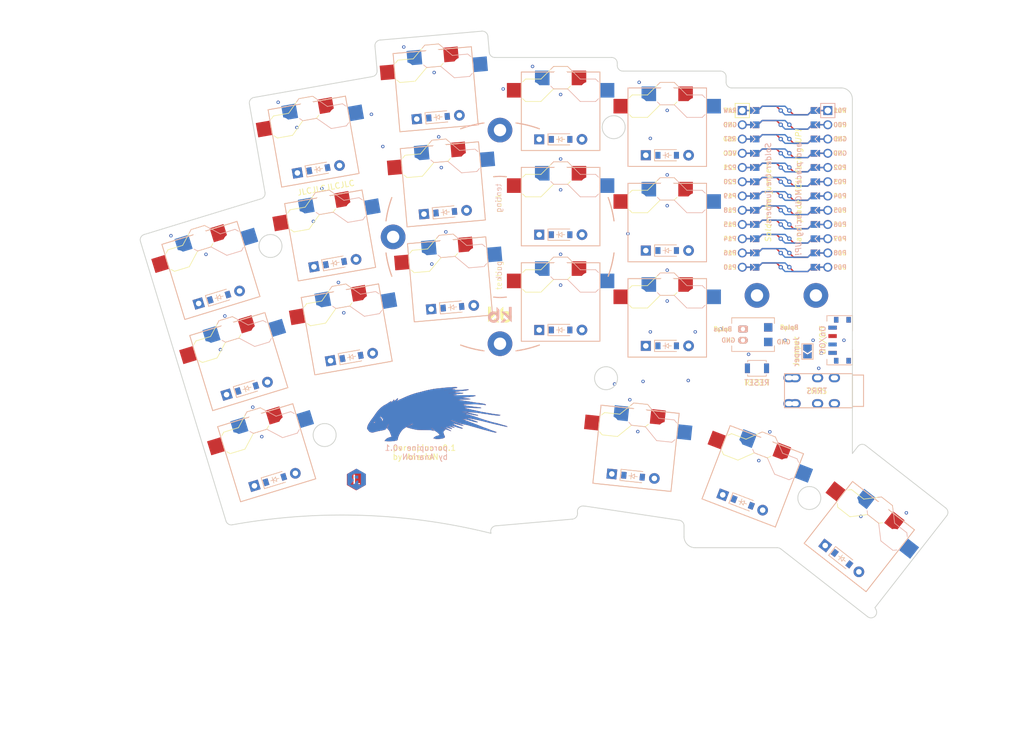
<source format=kicad_pcb>
(kicad_pcb (version 20221018) (generator pcbnew)
  (title_block (title "porcupine") (rev "v0.0.1") (company "Anarion"))
  (layers (0 "F.Cu" signal) (31 "B.Cu" signal) (34 "B.Paste" user) (35 "F.Paste" user) (36 "B.SilkS" user "B.Silkscreen") (37 "F.SilkS" user "F.Silkscreen") (38 "B.Mask" user) (39 "F.Mask" user) (44 "Edge.Cuts" user))
  (net 0 "")
  (net 1 "pinky_bottom")
  (net 2 "P20")
  (net 3 "pinky_home")
  (net 4 "pinky_top")
  (net 5 "ring_bottom")
  (net 6 "P19")
  (net 7 "ring_home")
  (net 8 "ring_top")
  (net 9 "middle_bottom")
  (net 10 "P18")
  (net 11 "middle_home")
  (net 12 "middle_top")
  (net 13 "index_bottom")
  (net 14 "P15")
  (net 15 "index_home")
  (net 16 "index_top")
  (net 17 "inner_bottom")
  (net 18 "P14")
  (net 19 "inner_home")
  (net 20 "inner_top")
  (net 21 "near_thumb")
  (net 22 "home_thumb")
  (net 23 "far_thumb")
  (net 24 "P6")
  (net 25 "P5")
  (net 26 "P4")
  (net 27 "RAW")
  (net 28 "GND")
  (net 29 "RST")
  (net 30 "VCC")
  (net 31 "P21")
  (net 32 "P16")
  (net 33 "P10")
  (net 34 "P1")
  (net 35 "P0")
  (net 36 "P2")
  (net 37 "P3")
  (net 38 "P7")
  (net 39 "P8")
  (net 40 "P9")
  (net 41 "Bplus")
  (footprint "lib:bat2p0" (layer "F.Cu") (at 259.911087 129.683517)
    (fp_text reference "_2" hide)
    (fp_text value "" hide)
  )
  (footprint "Button_Switch_SMD:SW_SPDT_PCM12" (layer "F.Cu") (at 277.311087 130.683517 90)
    (fp_text reference "_3" hide)
    (fp_text value "")
  )
  (footprint "SMDPad" (layer "F.Cu") (at 264.411087 130.983517)
    (fp_text reference "PAD2" hide)
    (fp_text value "" hide)
  )
  (footprint "PG1350" (layer "F.Cu") (at 246.411087 126.683517)
    (fp_text reference "S13" hide)
    (fp_text value "" hide)
  )
  (footprint "SMDPad" (layer "F.Cu") (at 264.411087 128.383517)
    (fp_text reference "PAD1" hide)
    (fp_text value "" hide)
  )
  (footprint "Diode_SMD:SOD-123" (layer "F.Cu") (at 190.159388 133.662435 10)
    (fp_text reference "D4" hide)
    (fp_text value "D_SOD-123")
  )
  (footprint "ProMicro" (layer "F.Cu") (at 267.411087 103.683517 -90)
    (fp_text reference "MCU1" hide)
    (fp_text value "")
  )
  (footprint "Diode_SMD:SOD-123" (layer "F.Cu") (at 277.572013 169.633288 -38)
    (fp_text reference "D18" hide)
    (fp_text value "D_SOD-123")
  )
  (footprint "Porcupine Logo" (layer "F.Cu") (at 205.411087 143.850184)
    (fp_text reference "LOGO_F" hide)
    (fp_text value "" hide)
  )
  (footprint "Diode_SMD:SOD-123" (layer "F.Cu") (at 206.856661 107.849376 5)
    (fp_text reference "D8" hide)
    (fp_text value "D_SOD-123")
  )
  (footprint "Diode_SMD:SOD-123" (layer "F.Cu") (at 208.13907 124.802117 5)
    (fp_text reference "D7" hide)
    (fp_text value "D_SOD-123")
  )
  (footprint "Diode_SMD:SOD-123" (layer "F.Cu") (at 246.411087 97.683517)
    (fp_text reference "D15" hide)
    (fp_text value "D_SOD-123")
  )
  (footprint "Through Hole" (layer "F.Cu") (at 272.911087 122.683517)
    (fp_text reference "_72" hide)
    (fp_text value "hole" hide)
  )
  (footprint "Diode_SMD:SOD-123" (layer "F.Cu") (at 240.329028 154.924959 -6)
    (fp_text reference "D16" hide)
    (fp_text value "D_SOD-123")
  )
  (footprint "Diode_SMD:SOD-123" (layer "F.Cu") (at 227.411087 128.850184)
    (fp_text reference "D10" hide)
    (fp_text value "D_SOD-123")
  )
  (footprint "Diode_SMD:SOD-123" (layer "F.Cu") (at 227.411087 94.850184)
    (fp_text reference "D12" hide)
    (fp_text value "D_SOD-123")
  )
  (footprint "Diode_SMD:SOD-123" (layer "F.Cu") (at 246.411087 131.683517)
    (fp_text reference "D13" hide)
    (fp_text value "D_SOD-123")
  )
  (footprint "PG1350" (layer "F.Cu") (at 186.339129 111.996665 10)
    (fp_text reference "S5" hide)
    (fp_text value "" hide)
  )
  (footprint "Button_Switch_SMD:SW_SPST_B3U-1000P" (layer "F.Cu") (at 262.411087 135.683517)
    (fp_text reference "_4_F" hide)
    (fp_text value "SW_Push")
  )
  (footprint "PG1350" (layer "F.Cu") (at 175.029681 150.742819 17)
    (fp_text reference "S1" hide)
    (fp_text value "" hide)
  )
  (footprint "Diode_SMD:SOD-123" (layer "F.Cu") (at 227.411087 111.850184)
    (fp_text reference "D11" hide)
    (fp_text value "D_SOD-123")
  )
  (footprint "PG1350" (layer "F.Cu") (at 207.703291 119.821143 5)
    (fp_text reference "S7" hide)
    (fp_text value "" hide)
  )
  (footprint "PG1350" (layer "F.Cu") (at 165.089043 118.228457 17)
    (fp_text reference "S3" hide)
    (fp_text value "" hide)
  )
  (footprint "PG1350" (layer "F.Cu") (at 227.411087 123.850184)
    (fp_text reference "S10" hide)
    (fp_text value "" hide)
  )
  (footprint "PG1350" (layer "F.Cu") (at 246.411087 92.683517)
    (fp_text reference "S15" hide)
    (fp_text value "" hide)
  )
  (footprint "PG1350" (layer "F.Cu") (at 206.420883 102.868402 5)
    (fp_text reference "S8" hide)
    (fp_text value "" hide)
  )
  (footprint "Diode_SMD:SOD-123" (layer "F.Cu") (at 187.207369 116.920704 10)
    (fp_text reference "D5" hide)
    (fp_text value "D_SOD-123")
  )
  (footprint "Through Hole" (layer "F.Cu") (at 262.411087 122.683517)
    (fp_text reference "_71" hide)
    (fp_text value "hole" hide)
  )
  (footprint "Jumper:SolderJumper-2_P1.3mm_Open_TrianglePad1.0x1.5mm" (layer "F.Cu") (at 271.411087 132.683517 -90)
    (fp_text reference "J2" hide)
    (fp_text value "Jumper")
  )
  (footprint "Side Indicator" (layer "F.Cu") (at 189.611087 154.450184)
    (fp_text reference "Side_F" hide)
    (fp_text value "" hide)
  )
  (footprint "Diode_SMD:SOD-123" (layer "F.Cu") (at 176.49154 155.524343 17)
    (fp_text reference "D1" hide)
    (fp_text value "D_SOD-123")
  )
  (footprint "PG1350" (layer "F.Cu") (at 246.411087 109.683517)
    (fp_text reference "S14" hide)
    (fp_text value "" hide)
  )
  (footprint "PG1350" (layer "F.Cu") (at 227.411087 106.850184)
    (fp_text reference "S11" hide)
    (fp_text value "" hide)
  )
  (footprint "PG1350" (layer "F.Cu") (at 280.65032 165.693234 -38)
    (fp_text reference "S18" hide)
    (fp_text value "" hide)
  )
  (footprint "PG1350" (layer "F.Cu") (at 240.85167 149.95235 -6)
    (fp_text reference "S16" hide)
    (fp_text value "" hide)
  )
  (footprint "PG1350" (layer "F.Cu") (at 183.38711 95.254933 10)
    (fp_text reference "S6" hide)
    (fp_text value "" hide)
  )
  (footprint "PG1350" (layer "F.Cu") (at 227.411087 89.850184)
    (fp_text reference "S12" hide)
    (fp_text value "" hide)
  )
  (footprint "Diode_SMD:SOD-123" (layer "F.Cu") (at 205.574253 90.896635 5)
    (fp_text reference "D9" hide)
    (fp_text value "D_SOD-123")
  )
  (footprint "PG1350" (layer "F.Cu") (at 261.656808 154.947221 -21)
    (fp_text reference "S17" hide)
    (fp_text value "" hide)
  )
  (footprint "Diode_SMD:SOD-123" (layer "F.Cu") (at 246.411087 114.683517)
    (fp_text reference "D14" hide)
    (fp_text value "D_SOD-123")
  )
  (footprint "Diode_SMD:SOD-123" (layer "F.Cu") (at 171.521221 139.267162 17)
    (fp_text reference "D2" hide)
    (fp_text value "D_SOD-123")
  )
  (footprint "Diode_SMD:SOD-123" (layer "F.Cu") (at 166.550902 123.009981 17)
    (fp_text reference "D3" hide)
    (fp_text value "D_SOD-123")
  )
  (footprint "Diode_SMD:SOD-123" (layer "F.Cu") (at 259.864968 159.615123 -21)
    (fp_text reference "D17" hide)
    (fp_text value "D_SOD-123")
  )
  (footprint "PG1350" (layer "F.Cu") (at 205.138474 85.915661 5)
    (fp_text reference "S9" hide)
    (fp_text value "" hide)
  )
  (footprint "Tenting Puck" (layer "F.Cu") (at 216.611087 112.250184)
    (fp_text reference "_7" hide)
    (fp_text value "Tenting Puck")
  )
  (footprint "Diode_SMD:SOD-123" (layer "F.Cu") (at 184.25535 100.178972 10)
    (fp_text reference "D6" hide)
    (fp_text value "D_SOD-123")
  )
  (footprint "PG1350" (layer "F.Cu") (at 170.059362 134.485638 17)
    (fp_text reference "S2" hide)
    (fp_text value "" hide)
  )
  (footprint "PG1350" (layer "F.Cu") (at 189.291148 128.738397 10)
    (fp_text reference "S4" hide)
    (fp_text value "" hide)
  )
  (footprint "TRRS-PJ-320A-dual" (layer "F.Cu") (at 279.411087 139.683517 -90)
    (fp_text reference "TRRS_F")
    (fp_text value "AudioJack4" hide)
  )
  (footprint "Porcupine Logo" (layer "B.Cu") (at 205.411087 143.850184)
    (fp_text reference "LOGO_B" hide)
    (fp_text value "" hide)
  )
  (footprint "Side Indicator" (layer "B.Cu") (at 189.611087 158.410184)
    (fp_text reference "Side_B" hide)
    (fp_text value "" hide)
  )
  (footprint "TRRS-PJ-320A-dual" (layer "B.Cu") (at 279.411087 139.683517 -90)
    (fp_text reference "TRRS_B")
    (fp_text value "AudioJack4" hide)
  )
  (footprint "Button_Switch_SMD:SW_SPST_B3U-1000P" (layer "B.Cu") (at 262.411087 135.683517)
    (fp_text reference "_4_B" hide)
    (fp_text value "SW_Push")
  )
  (footprint "Jumper:SolderJumper-2_P1.3mm_Open_TrianglePad1.0x1.5mm" (layer "B.Cu") (at 271.411087 132.683517 -90)
    (fp_text reference "J1" hide)
    (fp_text value "Jumper")
  )
  (gr_line (start 183.770416 155.39035) (end 179.677212 142.002084) (stroke (width 0.15)) (layer "B.SilkS"))
  (gr_line (start 211.501747 78.332208) (end 197.555021 79.552388) (stroke (width 0.15)) (layer "B.SilkS"))
  (gr_line (start 212.721927 92.278934) (end 211.501747 78.332208) (stroke (width 0.15)) (layer "B.SilkS"))
  (gr_line (start 198.837429 96.505129) (end 200.05761 110.451855) (stroke (width 0.15)) (layer "B.SilkS"))
  (gr_line (start 253.411087 116.683517) (end 253.411087 102.683517) (stroke (width 0.15)) (layer "B.SilkS"))
  (gr_line (start 234.411087 82.850184) (end 220.411087 82.850184) (stroke (width 0.15)) (layer "B.SilkS"))
  (gr_line (start 233.158318 156.182304) (end 247.081624 157.645702) (stroke (width 0.15)) (layer "B.SilkS"))
  (gr_line (start 201.340019 127.404596) (end 215.286744 126.184416) (stroke (width 0.15)) (layer "B.SilkS"))
  (gr_line (start 192.017246 103.887473) (end 178.229937 106.318548) (stroke (width 0.15)) (layer "B.SilkS"))
  (gr_line (start 290.476026 164.486789) (end 279.443876 155.867528) (stroke (width 0.15)) (layer "B.SilkS"))
  (gr_line (start 183.613031 136.847588) (end 197.400339 134.416514) (stroke (width 0.15)) (layer "B.SilkS"))
  (gr_line (start 234.411087 99.850184) (end 220.411087 99.850184) (stroke (width 0.15)) (layer "B.SilkS"))
  (gr_line (start 178.800097 139.13317) (end 174.706893 125.744903) (stroke (width 0.15)) (layer "B.SilkS"))
  (gr_line (start 181.181956 123.06028) (end 183.613031 136.847588) (stroke (width 0.15)) (layer "B.SilkS"))
  (gr_line (start 239.411087 85.683517) (end 239.411087 99.683517) (stroke (width 0.15)) (layer "B.SilkS"))
  (gr_line (start 270.824615 166.899679) (end 281.856765 175.518939) (stroke (width 0.15)) (layer "B.SilkS"))
  (gr_line (start 191.496301 100.93305) (end 189.065227 87.145742) (stroke (width 0.15)) (layer "B.SilkS"))
  (gr_line (start 165.411831 143.226373) (end 178.800097 139.13317) (stroke (width 0.15)) (layer "B.SilkS"))
  (gr_line (start 220.411087 116.850184) (end 220.411087 130.850184) (stroke (width 0.15)) (layer "B.SilkS"))
  (gr_line (start 253.411087 99.683517) (end 253.411087 85.683517) (stroke (width 0.15)) (layer "B.SilkS"))
  (gr_line (start 178.229937 106.318548) (end 180.661012 120.105856) (stroke (width 0.15)) (layer "B.SilkS"))
  (gr_line (start 220.411087 99.850184) (end 220.411087 113.850184) (stroke (width 0.15)) (layer "B.SilkS"))
  (gr_line (start 161.318627 129.838107) (end 165.411831 143.226373) (stroke (width 0.15)) (layer "B.SilkS"))
  (gr_line (start 220.411087 96.850184) (end 234.411087 96.850184) (stroke (width 0.15)) (layer "B.SilkS"))
  (gr_line (start 177.708993 103.364125) (end 191.496301 100.93305) (stroke (width 0.15)) (layer "B.SilkS"))
  (gr_line (start 253.411087 85.683517) (end 239.411087 85.683517) (stroke (width 0.15)) (layer "B.SilkS"))
  (gr_line (start 234.621716 142.258997) (end 233.158318 156.182304) (stroke (width 0.15)) (layer "B.SilkS"))
  (gr_line (start 174.706893 125.744903) (end 161.318627 129.838107) (stroke (width 0.15)) (layer "B.SilkS"))
  (gr_line (start 173.829778 122.875989) (end 169.736574 109.487722) (stroke (width 0.15)) (layer "B.SilkS"))
  (gr_line (start 252.613169 158.973709) (end 265.683295 163.99086) (stroke (width 0.15)) (layer "B.SilkS"))
  (gr_line (start 189.065227 87.145742) (end 175.277918 89.576816) (stroke (width 0.15)) (layer "B.SilkS"))
  (gr_line (start 234.411087 96.850184) (end 234.411087 82.850184) (stroke (width 0.15)) (layer "B.SilkS"))
  (gr_line (start 270.700447 150.920734) (end 257.630321 145.903583) (stroke (width 0.15)) (layer "B.SilkS"))
  (gr_line (start 234.411087 116.850184) (end 220.411087 116.850184) (stroke (width 0.15)) (layer "B.SilkS"))
  (gr_line (start 265.683295 163.99086) (end 270.700447 150.920734) (stroke (width 0.15)) (layer "B.SilkS"))
  (gr_line (start 253.411087 133.683517) (end 253.411087 119.683517) (stroke (width 0.15)) (layer "B.SilkS"))
  (gr_line (start 197.555021 79.552388) (end 198.775201 93.499114) (stroke (width 0.15)) (layer "B.SilkS"))
  (gr_line (start 200.119838 113.45787) (end 201.340019 127.404596) (stroke (width 0.15)) (layer "B.SilkS"))
  (gr_line (start 179.677212 142.002084) (end 166.288946 146.095288) (stroke (width 0.15)) (layer "B.SilkS"))
  (gr_line (start 200.05761 110.451855) (end 214.004336 109.231675) (stroke (width 0.15)) (layer "B.SilkS"))
  (gr_line (start 257.630321 145.903583) (end 252.613169 158.973709) (stroke (width 0.15)) (layer "B.SilkS"))
  (gr_line (start 169.736574 109.487722) (end 156.348308 113.580926) (stroke (width 0.15)) (layer "B.SilkS"))
  (gr_line (start 220.411087 130.850184) (end 234.411087 130.850184) (stroke (width 0.15)) (layer "B.SilkS"))
  (gr_line (start 180.661012 120.105856) (end 194.44832 117.674782) (stroke (width 0.15)) (layer "B.SilkS"))
  (gr_line (start 214.004336 109.231675) (end 212.784155 95.284949) (stroke (width 0.15)) (layer "B.SilkS"))
  (gr_line (start 212.784155 95.284949) (end 198.837429 96.505129) (stroke (width 0.15)) (layer "B.SilkS"))
  (gr_line (start 166.288946 146.095288) (end 170.38215 159.483554) (stroke (width 0.15)) (layer "B.SilkS"))
  (gr_line (start 239.411087 99.683517) (end 253.411087 99.683517) (stroke (width 0.15)) (layer "B.SilkS"))
  (gr_line (start 239.411087 102.683517) (end 239.411087 116.683517) (stroke (width 0.15)) (layer "B.SilkS"))
  (gr_line (start 214.066564 112.23769) (end 200.119838 113.45787) (stroke (width 0.15)) (layer "B.SilkS"))
  (gr_line (start 248.545023 143.722396) (end 234.621716 142.258997) (stroke (width 0.15)) (layer "B.SilkS"))
  (gr_line (start 215.286744 126.184416) (end 214.066564 112.23769) (stroke (width 0.15)) (layer "B.SilkS"))
  (gr_line (start 197.400339 134.416514) (end 194.969265 120.629205) (stroke (width 0.15)) (layer "B.SilkS"))
  (gr_line (start 156.348308 113.580926) (end 160.441512 126.969192) (stroke (width 0.15)) (layer "B.SilkS"))
  (gr_line (start 253.411087 102.683517) (end 239.411087 102.683517) (stroke (width 0.15)) (layer "B.SilkS"))
  (gr_line (start 220.411087 113.850184) (end 234.411087 113.850184) (stroke (width 0.15)) (layer "B.SilkS"))
  (gr_line (start 279.443876 155.867528) (end 270.824615 166.899679) (stroke (width 0.15)) (layer "B.SilkS"))
  (gr_line (start 234.411087 113.850184) (end 234.411087 99.850184) (stroke (width 0.15)) (layer "B.SilkS"))
  (gr_line (start 220.411087 82.850184) (end 220.411087 96.850184) (stroke (width 0.15)) (layer "B.SilkS"))
  (gr_line (start 281.856765 175.518939) (end 290.476026 164.486789) (stroke (width 0.15)) (layer "B.SilkS"))
  (gr_line (start 175.277918 89.576816) (end 177.708993 103.364125) (stroke (width 0.15)) (layer "B.SilkS"))
  (gr_line (start 239.411087 116.683517) (end 253.411087 116.683517) (stroke (width 0.15)) (layer "B.SilkS"))
  (gr_line (start 198.775201 93.499114) (end 212.721927 92.278934) (stroke (width 0.15)) (layer "B.SilkS"))
  (gr_line (start 170.38215 159.483554) (end 183.770416 155.39035) (stroke (width 0.15)) (layer "B.SilkS"))
  (gr_line (start 234.411087 130.850184) (end 234.411087 116.850184) (stroke (width 0.15)) (layer "B.SilkS"))
  (gr_line (start 247.081624 157.645702) (end 248.545023 143.722396) (stroke (width 0.15)) (layer "B.SilkS"))
  (gr_line (start 239.411087 133.683517) (end 253.411087 133.683517) (stroke (width 0.15)) (layer "B.SilkS"))
  (gr_line (start 194.969265 120.629205) (end 181.181956 123.06028) (stroke (width 0.15)) (layer "B.SilkS"))
  (gr_line (start 239.411087 119.683517) (end 239.411087 133.683517) (stroke (width 0.15)) (layer "B.SilkS"))
  (gr_line (start 194.44832 117.674782) (end 192.017246 103.887473) (stroke (width 0.15)) (layer "B.SilkS"))
  (gr_line (start 160.441512 126.969192) (end 173.829778 122.875989) (stroke (width 0.15)) (layer "B.SilkS"))
  (gr_line (start 253.411087 119.683517) (end 239.411087 119.683517) (stroke (width 0.15)) (layer "B.SilkS"))
  (gr_line (start 166.288946 146.095288) (end 170.38215 159.483554) (stroke (width 0.15)) (layer "F.SilkS"))
  (gr_line (start 156.348308 113.580926) (end 160.441512 126.969192) (stroke (width 0.15)) (layer "F.SilkS"))
  (gr_line (start 173.829778 122.875989) (end 169.736574 109.487722) (stroke (width 0.15)) (layer "F.SilkS"))
  (gr_line (start 253.411087 119.683517) (end 239.411087 119.683517) (stroke (width 0.15)) (layer "F.SilkS"))
  (gr_line (start 215.286744 126.184416) (end 214.066564 112.23769) (stroke (width 0.15)) (layer "F.SilkS"))
  (gr_line (start 179.677212 142.002084) (end 166.288946 146.095288) (stroke (width 0.15)) (layer "F.SilkS"))
  (gr_line (start 234.411087 113.850184) (end 234.411087 99.850184) (stroke (width 0.15)) (layer "F.SilkS"))
  (gr_line (start 253.411087 133.683517) (end 253.411087 119.683517) (stroke (width 0.15)) (layer "F.SilkS"))
  (gr_line (start 194.44832 117.674782) (end 192.017246 103.887473) (stroke (width 0.15)) (layer "F.SilkS"))
  (gr_line (start 234.621716 142.258997) (end 233.158318 156.182304) (stroke (width 0.15)) (layer "F.SilkS"))
  (gr_line (start 247.081624 157.645702) (end 248.545023 143.722396) (stroke (width 0.15)) (layer "F.SilkS"))
  (gr_line (start 178.229937 106.318548) (end 180.661012 120.105856) (stroke (width 0.15)) (layer "F.SilkS"))
  (gr_line (start 253.411087 85.683517) (end 239.411087 85.683517) (stroke (width 0.15)) (layer "F.SilkS"))
  (gr_line (start 211.501747 78.332208) (end 197.555021 79.552388) (stroke (width 0.15)) (layer "F.SilkS"))
  (gr_line (start 220.411087 130.850184) (end 234.411087 130.850184) (stroke (width 0.15)) (layer "F.SilkS"))
  (gr_line (start 239.411087 102.683517) (end 239.411087 116.683517) (stroke (width 0.15)) (layer "F.SilkS"))
  (gr_line (start 252.613169 158.973709) (end 265.683295 163.99086) (stroke (width 0.15)) (layer "F.SilkS"))
  (gr_line (start 175.277918 89.576816) (end 177.708993 103.364125) (stroke (width 0.15)) (layer "F.SilkS"))
  (gr_line (start 161.318627 129.838107) (end 165.411831 143.226373) (stroke (width 0.15)) (layer "F.SilkS"))
  (gr_line (start 234.411087 96.850184) (end 234.411087 82.850184) (stroke (width 0.15)) (layer "F.SilkS"))
  (gr_line (start 239.411087 85.683517) (end 239.411087 99.683517) (stroke (width 0.15)) (layer "F.SilkS"))
  (gr_line (start 198.775201 93.499114) (end 212.721927 92.278934) (stroke (width 0.15)) (layer "F.SilkS"))
  (gr_line (start 220.411087 82.850184) (end 220.411087 96.850184) (stroke (width 0.15)) (layer "F.SilkS"))
  (gr_line (start 253.411087 99.683517) (end 253.411087 85.683517) (stroke (width 0.15)) (layer "F.SilkS"))
  (gr_line (start 233.158318 156.182304) (end 247.081624 157.645702) (stroke (width 0.15)) (layer "F.SilkS"))
  (gr_line (start 197.400339 134.416514) (end 194.969265 120.629205) (stroke (width 0.15)) (layer "F.SilkS"))
  (gr_line (start 257.630321 145.903583) (end 252.613169 158.973709) (stroke (width 0.15)) (layer "F.SilkS"))
  (gr_line (start 239.411087 99.683517) (end 253.411087 99.683517) (stroke (width 0.15)) (layer "F.SilkS"))
  (gr_line (start 239.411087 133.683517) (end 253.411087 133.683517) (stroke (width 0.15)) (layer "F.SilkS"))
  (gr_line (start 200.05761 110.451855) (end 214.004336 109.231675) (stroke (width 0.15)) (layer "F.SilkS"))
  (gr_line (start 181.181956 123.06028) (end 183.613031 136.847588) (stroke (width 0.15)) (layer "F.SilkS"))
  (gr_line (start 197.555021 79.552388) (end 198.775201 93.499114) (stroke (width 0.15)) (layer "F.SilkS"))
  (gr_line (start 248.545023 143.722396) (end 234.621716 142.258997) (stroke (width 0.15)) (layer "F.SilkS"))
  (gr_line (start 279.443876 155.867528) (end 270.824615 166.899679) (stroke (width 0.15)) (layer "F.SilkS"))
  (gr_line (start 177.708993 103.364125) (end 191.496301 100.93305) (stroke (width 0.15)) (layer "F.SilkS"))
  (gr_line (start 220.411087 113.850184) (end 234.411087 113.850184) (stroke (width 0.15)) (layer "F.SilkS"))
  (gr_line (start 253.411087 116.683517) (end 253.411087 102.683517) (stroke (width 0.15)) (layer "F.SilkS"))
  (gr_line (start 253.411087 102.683517) (end 239.411087 102.683517) (stroke (width 0.15)) (layer "F.SilkS"))
  (gr_line (start 165.411831 143.226373) (end 178.800097 139.13317) (stroke (width 0.15)) (layer "F.SilkS"))
  (gr_line (start 180.661012 120.105856) (end 194.44832 117.674782) (stroke (width 0.15)) (layer "F.SilkS"))
  (gr_line (start 183.613031 136.847588) (end 197.400339 134.416514) (stroke (width 0.15)) (layer "F.SilkS"))
  (gr_line (start 178.800097 139.13317) (end 174.706893 125.744903) (stroke (width 0.15)) (layer "F.SilkS"))
  (gr_line (start 183.770416 155.39035) (end 179.677212 142.002084) (stroke (width 0.15)) (layer "F.SilkS"))
  (gr_line (start 290.476026 164.486789) (end 279.443876 155.867528) (stroke (width 0.15)) (layer "F.SilkS"))
  (gr_line (start 191.496301 100.93305) (end 189.065227 87.145742) (stroke (width 0.15)) (layer "F.SilkS"))
  (gr_line (start 239.411087 116.683517) (end 253.411087 116.683517) (stroke (width 0.15)) (layer "F.SilkS"))
  (gr_line (start 220.411087 99.850184) (end 220.411087 113.850184) (stroke (width 0.15)) (layer "F.SilkS"))
  (gr_line (start 200.119838 113.45787) (end 201.340019 127.404596) (stroke (width 0.15)) (layer "F.SilkS"))
  (gr_line (start 174.706893 125.744903) (end 161.318627 129.838107) (stroke (width 0.15)) (layer "F.SilkS"))
  (gr_line (start 214.066564 112.23769) (end 200.119838 113.45787) (stroke (width 0.15)) (layer "F.SilkS"))
  (gr_line (start 192.017246 103.887473) (end 178.229937 106.318548) (stroke (width 0.15)) (layer "F.SilkS"))
  (gr_line (start 212.784155 95.284949) (end 198.837429 96.505129) (stroke (width 0.15)) (layer "F.SilkS"))
  (gr_line (start 270.700447 150.920734) (end 257.630321 145.903583) (stroke (width 0.15)) (layer "F.SilkS"))
  (gr_line (start 281.856765 175.518939) (end 290.476026 164.486789) (stroke (width 0.15)) (layer "F.SilkS"))
  (gr_line (start 201.340019 127.404596) (end 215.286744 126.184416) (stroke (width 0.15)) (layer "F.SilkS"))
  (gr_line (start 198.837429 96.505129) (end 200.05761 110.451855) (stroke (width 0.15)) (layer "F.SilkS"))
  (gr_line (start 234.411087 82.850184) (end 220.411087 82.850184) (stroke (width 0.15)) (layer "F.SilkS"))
  (gr_line (start 170.38215 159.483554) (end 183.770416 155.39035) (stroke (width 0.15)) (layer "F.SilkS"))
  (gr_line (start 160.441512 126.969192) (end 173.829778 122.875989) (stroke (width 0.15)) (layer "F.SilkS"))
  (gr_line (start 214.004336 109.231675) (end 212.784155 95.284949) (stroke (width 0.15)) (layer "F.SilkS"))
  (gr_line (start 234.411087 116.850184) (end 220.411087 116.850184) (stroke (width 0.15)) (layer "F.SilkS"))
  (gr_line (start 234.411087 99.850184) (end 220.411087 99.850184) (stroke (width 0.15)) (layer "F.SilkS"))
  (gr_line (start 239.411087 119.683517) (end 239.411087 133.683517) (stroke (width 0.15)) (layer "F.SilkS"))
  (gr_line (start 234.411087 130.850184) (end 234.411087 116.850184) (stroke (width 0.15)) (layer "F.SilkS"))
  (gr_line (start 189.065227 87.145742) (end 175.277918 89.576816) (stroke (width 0.15)) (layer "F.SilkS"))
  (gr_line (start 169.736574 109.487722) (end 156.348308 113.580926) (stroke (width 0.15)) (layer "F.SilkS"))
  (gr_line (start 270.824615 166.899679) (end 281.856765 175.518939) (stroke (width 0.15)) (layer "F.SilkS"))
  (gr_line (start 220.411087 96.850184) (end 234.411087 96.850184) (stroke (width 0.15)) (layer "F.SilkS"))
  (gr_line (start 194.969265 120.629205) (end 181.181956 123.06028) (stroke (width 0.15)) (layer "F.SilkS"))
  (gr_line (start 212.721927 92.278934) (end 211.501747 78.332208) (stroke (width 0.15)) (layer "F.SilkS"))
  (gr_line (start 265.683295 163.99086) (end 270.700447 150.920734) (stroke (width 0.15)) (layer "F.SilkS"))
  (gr_line (start 220.411087 116.850184) (end 220.411087 130.850184) (stroke (width 0.15)) (layer "F.SilkS"))
  (gr_arc (start 230.40694 161.324479) (mid 230.686346 160.540021) (end 231.462812 160.239106) (stroke (width 0.15)) (layer "Edge.Cuts"))
  (gr_line (start 281.790853 149.452569) (end 296.053847 160.596042) (stroke (width 0.15)) (layer "Edge.Cuts"))
  (gr_line (start 256.911087 84.683517) (end 256.911087 83.683517) (stroke (width 0.15)) (layer "Edge.Cuts"))
  (gr_line (start 229.513226 162.583004) (end 215.866422 163.776944) (stroke (width 0.15)) (layer "Edge.Cuts"))
  (gr_arc (start 230.422265 161.499653) (mid 230.192109 162.229582) (end 229.513226 162.583004) (stroke (width 0.15)) (layer "Edge.Cuts"))
  (gr_line (start 251.411087 167.683517) (end 266.042253 167.683517) (stroke (width 0.15)) (layer "Edge.Cuts"))
  (gr_circle (center 236.871087 92.683517) (end 238.921087 92.683517) (stroke (width 0.15)) (fill none) (layer "Edge.Cuts"))
  (gr_arc (start 171.947177 88.539433) (mid 172.112839 87.792214) (end 172.758337 87.380977) (stroke (width 0.15)) (layer "Edge.Cuts"))
  (gr_line (start 215.69772 80.250184) (end 236.511087 80.250184) (stroke (width 0.15)) (layer "Edge.Cuts"))
  (gr_line (start 237.511087 81.250184) (end 237.511087 81.683517) (stroke (width 0.15)) (layer "Edge.Cuts"))
  (gr_arc (start 277.411087 85.683517) (mid 278.825303 86.2693) (end 279.411087 87.683517) (stroke (width 0.15)) (layer "Edge.Cuts"))
  (gr_arc (start 248.559371 162.778979) (mid 249.168807 163.115344) (end 249.411087 163.767924) (stroke (width 0.15)) (layer "Edge.Cuts"))
  (gr_arc (start 266.042253 167.683517) (mid 266.367828 167.737986) (end 266.657914 167.895507) (stroke (width 0.15)) (layer "Edge.Cuts"))
  (gr_line (start 283.440727 178.364369) (end 283.631407 178.736005) (stroke (width 0.15)) (layer "Edge.Cuts"))
  (gr_line (start 279.411087 150.874261) (end 280.38718 149.624919) (stroke (width 0.15)) (layer "Edge.Cuts"))
  (gr_line (start 171.947177 88.539433) (end 174.730405 104.323902) (stroke (width 0.15)) (layer "Edge.Cuts"))
  (gr_arc (start 283.631407 178.736005) (mid 283.378852 179.963216) (end 282.126023 179.980517) (stroke (width 0.15)) (layer "Edge.Cuts"))
  (gr_line (start 283.440727 178.364369) (end 296.226196 161.999714) (stroke (width 0.15)) (layer "Edge.Cuts"))
  (gr_arc (start 168.901145 163.594181) (mid 192.029897 161.909724) (end 214.997813 165.111503) (stroke (width 0.15)) (layer "Edge.Cuts"))
  (gr_arc (start 257.911087 85.683517) (mid 257.203983 85.39062) (end 256.911087 84.683517) (stroke (width 0.15)) (layer "Edge.Cuts"))
  (gr_line (start 214.96877 164.946787) (end 214.997813 165.111503) (stroke (width 0.15)) (layer "Edge.Cuts"))
  (gr_line (start 231.724776 160.254767) (end 231.462812 160.239106) (stroke (width 0.15)) (layer "Edge.Cuts"))
  (gr_line (start 172.758337 87.380977) (end 193.885835 83.655629) (stroke (width 0.15)) (layer "Edge.Cuts"))
  (gr_circle (center 175.703205 113.872065) (end 177.753205 113.872065) (stroke (width 0.15)) (fill none) (layer "Edge.Cuts"))
  (gr_line (start 248.559371 162.778979) (end 231.724776 160.254767) (stroke (width 0.15)) (layer "Edge.Cuts"))
  (gr_arc (start 174.730405 104.323902) (mid 174.598213 105.020021) (end 174.037969 105.453855) (stroke (width 0.15)) (layer "Edge.Cuts"))
  (gr_line (start 153.19738 111.825463) (end 174.037969 105.453855) (stroke (width 0.15)) (layer "Edge.Cuts"))
  (gr_line (start 249.411087 163.767924) (end 249.411087 165.683517) (stroke (width 0.15)) (layer "Edge.Cuts"))
  (gr_line (start 194.708382 82.583665) (end 194.327368 78.22866) (stroke (width 0.15)) (layer "Edge.Cuts"))
  (gr_arc (start 280.38718 149.624919) (mid 281.053324 149.248035) (end 281.790853 149.452569) (stroke (width 0.15)) (layer "Edge.Cuts"))
  (gr_arc (start 152.533446 113.074139) (mid 152.606821 112.312307) (end 153.19738 111.825463) (stroke (width 0.15)) (layer "Edge.Cuts"))
  (gr_arc (start 296.053847 160.596042) (mid 296.43077 161.262193) (end 296.226196 161.999714) (stroke (width 0.15)) (layer "Edge.Cuts"))
  (gr_line (start 279.411087 150.874261) (end 279.411087 87.683517) (stroke (width 0.15)) (layer "Edge.Cuts"))
  (gr_circle (center 235.511087 137.450184) (end 237.561087 137.450184) (stroke (width 0.15)) (fill none) (layer "Edge.Cuts"))
  (gr_line (start 277.411087 85.683517) (end 257.911087 85.683517) (stroke (width 0.15)) (layer "Edge.Cuts"))
  (gr_line (start 282.126023 179.980517) (end 266.657914 167.895506) (stroke (width 0.15)) (layer "Edge.Cuts"))
  (gr_circle (center 185.357772 147.585205) (end 187.407772 147.585205) (stroke (width 0.15)) (fill none) (layer "Edge.Cuts"))
  (gr_arc (start 238.511087 82.683517) (mid 237.803983 82.39062) (end 237.511087 81.683517) (stroke (width 0.15)) (layer "Edge.Cuts"))
  (gr_circle (center 271.739477 158.817595) (end 273.789477 158.817595) (stroke (width 0.15)) (fill none) (layer "Edge.Cuts"))
  (gr_arc (start 213.36715 75.559075) (mid 214.097099 75.789226) (end 214.450501 76.468114) (stroke (width 0.15)) (layer "Edge.Cuts"))
  (gr_arc (start 168.901145 163.594181) (mid 168.202896 163.463653) (end 167.767477 162.902407) (stroke (width 0.15)) (layer "Edge.Cuts"))
  (gr_arc (start 215.69772 80.250184) (mid 215.022123 79.987468) (end 214.701526 79.33734) (stroke (width 0.15)) (layer "Edge.Cuts"))
  (gr_line (start 230.40694 161.324479) (end 230.422265 161.499653) (stroke (width 0.15)) (layer "Edge.Cuts"))
  (gr_arc (start 214.96877 164.946787) (mid 215.160206 164.164345) (end 215.866422 163.776944) (stroke (width 0.15)) (layer "Edge.Cuts"))
  (gr_line (start 195.236407 77.145309) (end 213.36715 75.559075) (stroke (width 0.15)) (layer "Edge.Cuts"))
  (gr_line (start 238.511087 82.683517) (end 255.911087 82.683517) (stroke (width 0.15)) (layer "Edge.Cuts"))
  (gr_line (start 152.533446 113.074139) (end 167.767477 162.902407) (stroke (width 0.15)) (layer "Edge.Cuts"))
  (gr_arc (start 251.411087 167.683517) (mid 249.996876 167.097727) (end 249.411087 165.683517) (stroke (width 0.15)) (layer "Edge.Cuts"))
  (gr_arc (start 255.911087 82.683517) (mid 256.618196 82.976407) (end 256.911087 83.683517) (stroke (width 0.15)) (layer "Edge.Cuts"))
  (gr_arc (start 194.708382 82.583665) (mid 194.505531 83.279567) (end 193.885835 83.655629) (stroke (width 0.15)) (layer "Edge.Cuts"))
  (gr_line (start 214.450501 76.468114) (end 214.701526 79.33734) (stroke (width 0.15)) (layer "Edge.Cuts"))
  (gr_arc (start 236.511087 80.250184) (mid 237.218208 80.543072) (end 237.511087 81.250184) (stroke (width 0.15)) (layer "Edge.Cuts"))
  (gr_arc (start 194.327368 78.22866) (mid 194.557514 77.498703) (end 195.236407 77.145309) (stroke (width 0.15)) (layer "Edge.Cuts"))
  (gr_text "Solder the jumpers," (at 264.411087 95.283517 90) (layer "B.SilkS") (effects (font (size 1 1) (thickness 0.15) italic) (justify left mirror)))
  (gr_text "and place MCU facing UP!" (at 269.811087 95.283517 90) (layer "B.SilkS") (effects (font (size 1 1) (thickness 0.15) italic) (justify left mirror)))
  (gr_text "porcupine v0.1\nby AnarioN" (at 207.411087 150.683517) (layer "B.SilkS") (effects (font (size 1 1)) (justify left mirror)))
  (gr_text "Solder the jumpers," (at 264.411087 113.283517 90) (layer "F.SilkS") (effects (font (size 1 1) (thickness 0.15) italic) (justify left)))
  (gr_text "JLCJLCJLCJLC" (at 180.431484 104.407216 10) (layer "F.SilkS") (effects (font (size 1 1)) (justify left)))
  (gr_text "porcupine v0.1\nby AnarioN" (at 197.411087 150.683517) (layer "F.SilkS") (effects (font (size 1 1)) (justify left)))
  (gr_text "and place MCU facing UP!" (at 269.811087 113.283517 90) (layer "F.SilkS") (effects (font (size 1 1) (thickness 0.15) italic) (justify left)))
  (via (at 172.544522 142.614229) (size 0.6) (drill 0.3) (layers "F.Cu" "B.Cu") (net 1))
  (via (at 174.152566 147.873905) (size 0.6) (drill 0.3) (layers "F.Cu" "B.Cu") (net 2))
  (via (at 166.791485 132.347653) (size 0.6) (drill 0.3) (layers "F.Cu" "B.Cu") (net 2))
  (via (at 164.211928 115.359543) (size 0.6) (drill 0.3) (layers "F.Cu" "B.Cu") (net 2))
  (via (at 167.574203 126.357048) (size 0.6) (drill 0.3) (layers "F.Cu" "B.Cu") (net 3))
  (via (at 157.968546 112.039878) (size 0.6) (drill 0.3) (layers "F.Cu" "B.Cu") (net 4))
  (via (at 187.815138 120.367531) (size 0.6) (drill 0.3) (layers "F.Cu" "B.Cu") (net 5))
  (via (at 188.770203 125.783973) (size 0.6) (drill 0.3) (layers "F.Cu" "B.Cu") (net 6))
  (via (at 183.356165 109.476362) (size 0.6) (drill 0.3) (layers "F.Cu" "B.Cu") (net 6))
  (via (at 180.404146 92.73463) (size 0.6) (drill 0.3) (layers "F.Cu" "B.Cu") (net 6))
  (via (at 184.863119 103.625799) (size 0.6) (drill 0.3) (layers "F.Cu" "B.Cu") (net 7))
  (via (at 177.073885 88.244712) (size 0.6) (drill 0.3) (layers "F.Cu" "B.Cu") (net 8))
  (via (at 206.962467 111.353488) (size 0.6) (drill 0.3) (layers "F.Cu" "B.Cu") (net 9))
  (via (at 204.45324 117.094026) (size 0.6) (drill 0.3) (layers "F.Cu" "B.Cu") (net 10))
  (via (at 241.165255 146.968784) (size 0.6) (drill 0.3) (layers "F.Cu" "B.Cu") (net 10))
  (via (at 204.877007 82.927077) (size 0.6) (drill 0.3) (layers "F.Cu" "B.Cu") (net 10))
  (via (at 206.159415 99.879818) (size 0.6) (drill 0.3) (layers "F.Cu" "B.Cu") (net 10))
  (via (at 237.028874 138.489967) (size 0.6) (drill 0.3) (layers "F.Cu" "B.Cu") (net 10))
  (via (at 205.680059 94.400747) (size 0.6) (drill 0.3) (layers "F.Cu" "B.Cu") (net 11))
  (via (at 199.460254 78.381882) (size 0.6) (drill 0.3) (layers "F.Cu" "B.Cu") (net 12))
  (via (at 227.411087 115.350184) (size 0.6) (drill 0.3) (layers "F.Cu" "B.Cu") (net 13))
  (via (at 227.411087 120.850184) (size 0.6) (drill 0.3) (layers "F.Cu" "B.Cu") (net 14))
  (via (at 227.411087 86.850184) (size 0.6) (drill 0.3) (layers "F.Cu" "B.Cu") (net 14))
  (via (at 227.411087 103.850184) (size 0.6) (drill 0.3) (layers "F.Cu" "B.Cu") (net 14))
  (via (at 262.731912 152.14648) (size 0.6) (drill 0.3) (layers "F.Cu" "B.Cu") (net 14))
  (via (at 242.106012 138.018087) (size 0.6) (drill 0.3) (layers "F.Cu" "B.Cu") (net 14))
  (via (at 227.411087 98.350184) (size 0.6) (drill 0.3) (layers "F.Cu" "B.Cu") (net 15))
  (via (at 222.411087 81.850184) (size 0.6) (drill 0.3) (layers "F.Cu" "B.Cu") (net 16))
  (via (at 246.411087 118.183517) (size 0.6) (drill 0.3) (layers "F.Cu" "B.Cu") (net 17))
  (via (at 246.411087 106.683517) (size 0.6) (drill 0.3) (layers "F.Cu" "B.Cu") (net 18))
  (via (at 250.166715 137.859793) (size 0.6) (drill 0.3) (layers "F.Cu" "B.Cu") (net 18))
  (via (at 246.411087 123.683517) (size 0.6) (drill 0.3) (layers "F.Cu" "B.Cu") (net 18))
  (via (at 246.411087 89.683517) (size 0.6) (drill 0.3) (layers "F.Cu" "B.Cu") (net 18))
  (via (at 280.921283 162.097879) (size 0.6) (drill 0.3) (layers "F.Cu" "B.Cu") (net 18))
  (via (at 246.411087 101.183517) (size 0.6) (drill 0.3) (layers "F.Cu" "B.Cu") (net 19))
  (via (at 241.411087 84.683517) (size 0.6) (drill 0.3) (layers "F.Cu" "B.Cu") (net 20))
  (via (at 239.751118 141.289857) (size 0.6) (drill 0.3) (layers "F.Cu" "B.Cu") (net 21))
  (via (at 264.702936 147.011788) (size 0.6) (drill 0.3) (layers "F.Cu" "B.Cu") (net 22))
  (via (at 289.035486 161.457788) (size 0.6) (drill 0.3) (layers "F.Cu" "B.Cu") (net 23))
  (via (at 273.911087 132.983517) (size 0.6) (drill 0.3) (layers "F.Cu" "B.Cu") (net 27))
  (via (at 217.179966 85.865987) (size 0.6) (drill 0.3) (layers "F.Cu" "B.Cu") (net 28))
  (via (at 243.411087 94.683517) (size 0.6) (drill 0.3) (layers "F.Cu" "B.Cu") (net 28))
  (via (at 195.725747 96.125578) (size 0.6) (drill 0.3) (layers "F.Cu" "B.Cu") (net 28))
  (via (at 193.69905 90.39038) (size 0.6) (drill 0.3) (layers "F.Cu" "B.Cu") (net 28))
  (via (at 239.411087 111.683517) (size 0.6) (drill 0.3) (layers "F.Cu" "B.Cu") (net 28))
  (via (at 255.911087 128.683517) (size 0.6) (drill 0.3) (layers "F.Cu" "B.Cu") (net 28))
  (via (at 251.411087 129.183517) (size 0.6) (drill 0.3) (layers "F.Cu" "B.Cu") (net 28))
  (via (at 243.411087 129.183517) (size 0.6) (drill 0.3) (layers "F.Cu" "B.Cu") (net 28))
  (via (at 267.411087 130.683517) (size 0.6) (drill 0.3) (layers "F.Cu" "B.Cu") (net 28))
  (via (at 273.411087 135.683517) (size 0.6) (drill 0.3) (layers "F.Cu" "B.Cu") (net 29))
  (via (at 260.911087 133.183517) (size 0.6) (drill 0.3) (layers "F.Cu" "B.Cu") (net 29))
  (via (at 277.911087 130.683517) (size 0.6) (drill 0.3) (layers "F.Cu" "B.Cu") (net 41))
  (via (at 272.411087 130.683517) (size 0.6) (drill 0.3) (layers "F.Cu" "B.Cu") (net 41))
)
</source>
